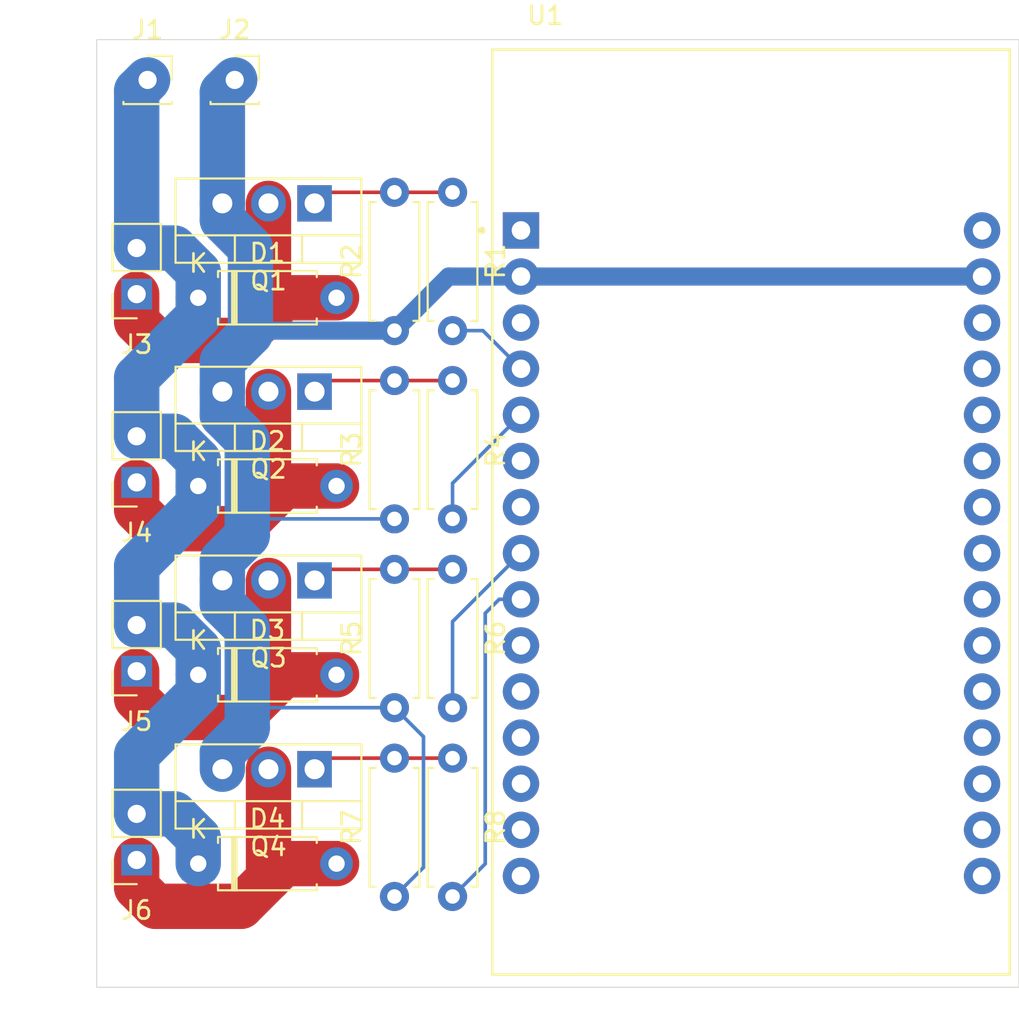
<source format=kicad_pcb>
(kicad_pcb (version 20241229) (generator "pcbnew") (generator_version "9.0")
  (layers (0 "F.Cu" signal) (2 "B.Cu" signal) (13 "F.Paste" user) (15 "B.Paste" user) (5 "F.SilkS" user "F.Silkscreen") (7 "B.SilkS" user "B.Silkscreen") (1 "F.Mask" user) (3 "B.Mask" user) (25 "Edge.Cuts" user))
  (net 0 "")
  (net 1 "VDD")
  (net 2 "GND")
  (net 3 "Net-(D1-A)")
  (net 4 "Net-(Q1-G)")
  (net 5 "Net-(U1-D2)")
  (net 22 "Net-(D2-A)")
  (net 30 "Net-(Q2-G)")
  (net 31 "Net-(U1-D4)")
  (net 32 "Net-(D3-A)")
  (net 33 "Net-(Q3-G)")
  (net 34 "Net-(U1-D5)")
  (net 35 "Net-(D4-A)")
  (net 36 "Net-(Q4-G)")
  (net 37 "Net-(U1-D18)")
  (footprint "Connector_PinSocket_2.54mm:PinSocket_1x01_P2.54mm_Vertical" (layer "F.Cu") (at 109.8 79.22)
    (property "Reference" "J2" (at 0 -2.77 0) (layer "F.SilkS"))
    (property "Value" "Conn_01x01_Socket")
    (fp_line (start -1.33 1.21) (end -1.33 1.33) (stroke (width 0.12)) (layer "F.SilkS"))
    (fp_line (start -1.33 1.33) (end 1.33 1.33) (stroke (width 0.12)) (layer "F.SilkS"))
    (fp_line (start 0 -1.33) (end 1.33 -1.33) (stroke (width 0.12)) (layer "F.SilkS"))
    (fp_line (start 1.33 -1.33) (end 1.33 0) (stroke (width 0.12)) (layer "F.SilkS"))
    (fp_line (start 1.33 1.21) (end 1.33 1.33) (stroke (width 0.12)) (layer "F.SilkS"))
    (pad "1" thru_hole rect (at 0 0) (size 1.7 1.7) (drill 1) (layers "*.Cu" "*.Mask") (net 2 "GND"))
  )
  (footprint "Resistor_THT:R_Axial_DIN0207_L6.3mm_D2.5mm_P7.62mm_Horizontal" (layer "F.Cu") (at 121.8 116.58 -90)
    (property "Reference" "R8" (at 3.81 -2.37 270) (layer "F.SilkS"))
    (property "Value" "330")
    (fp_line (start 0.54 1.37) (end 7.08 1.37) (stroke (width 0.12)) (layer "F.SilkS") (net 102602000))
    (fp_line (start 7.08 1.37) (end 7.08 1.04) (stroke (width 0.12)) (layer "F.SilkS") (net 102602000))
    (fp_line (start 0.54 1.04) (end 0.54 1.37) (stroke (width 0.12)) (layer "F.SilkS") (net 102602000))
    (fp_line (start 0.54 -1.04) (end 0.54 -1.37) (stroke (width 0.12)) (layer "F.SilkS") (net 102602000))
    (fp_line (start 0.54 -1.37) (end 7.08 -1.37) (stroke (width 0.12)) (layer "F.SilkS") (net 102602000))
    (fp_line (start 7.08 -1.37) (end 7.08 -1.04) (stroke (width 0.12)) (layer "F.SilkS") (net 102602000))
    (pad "1" thru_hole circle (at 0 0 270) (size 1.6 1.6) (drill 0.8) (layers "*.Cu" "*.Mask") (net 36 "Net-(Q4-G)"))
    (pad "2" thru_hole oval (at 7.62 0 270) (size 1.6 1.6) (drill 0.8) (layers "*.Cu" "*.Mask") (net 37 "Net-(U1-D18)"))
  )
  (footprint "Connector_PinSocket_2.54mm:PinSocket_1x02_P2.54mm_Vertical" (layer "F.Cu") (at 104.4 91.02 180)
    (property "Reference" "J3" (at 0 -2.77 0) (layer "F.SilkS"))
    (property "Value" "Conn_01x02_Socket")
    (fp_line (start 1.33 1.27) (end 1.33 3.87) (stroke (width 0.12)) (layer "F.SilkS"))
    (fp_line (start 1.33 -1.33) (end 1.33 0) (stroke (width 0.12)) (layer "F.SilkS"))
    (fp_line (start 0 -1.33) (end 1.33 -1.33) (stroke (width 0.12)) (layer "F.SilkS"))
    (fp_line (start -1.33 3.87) (end 1.33 3.87) (stroke (width 0.12)) (layer "F.SilkS"))
    (fp_line (start -1.33 1.27) (end 1.33 1.27) (stroke (width 0.12)) (layer "F.SilkS"))
    (fp_line (start -1.33 1.27) (end -1.33 3.87) (stroke (width 0.12)) (layer "F.SilkS"))
    (pad "1" thru_hole rect (at 0 0 180) (size 1.7 1.7) (drill 1) (layers "*.Cu" "*.Mask") (net 3 "Net-(D1-A)"))
    (pad "2" thru_hole oval (at 0 2.54 180) (size 1.7 1.7) (drill 1) (layers "*.Cu" "*.Mask") (net 1 "VDD"))
  )
  (footprint "Resistor_THT:R_Axial_DIN0207_L6.3mm_D2.5mm_P7.62mm_Horizontal" (layer "F.Cu") (at 121.8 85.41 -90)
    (property "Reference" "R1" (at 3.81 -2.37 90) (layer "F.SilkS"))
    (property "Value" "330")
    (fp_line (start 0.54 1.37) (end 7.08 1.37) (stroke (width 0.12)) (layer "F.SilkS"))
    (fp_line (start 7.08 1.37) (end 7.08 1.04) (stroke (width 0.12)) (layer "F.SilkS"))
    (fp_line (start 0.54 1.04) (end 0.54 1.37) (stroke (width 0.12)) (layer "F.SilkS"))
    (fp_line (start 0.54 -1.04) (end 0.54 -1.37) (stroke (width 0.12)) (layer "F.SilkS"))
    (fp_line (start 0.54 -1.37) (end 7.08 -1.37) (stroke (width 0.12)) (layer "F.SilkS"))
    (fp_line (start 7.08 -1.37) (end 7.08 -1.04) (stroke (width 0.12)) (layer "F.SilkS"))
    (pad "1" thru_hole circle (at 0 0 270) (size 1.6 1.6) (drill 0.8) (layers "*.Cu" "*.Mask") (net 4 "Net-(Q1-G)"))
    (pad "2" thru_hole oval (at 7.62 0 270) (size 1.6 1.6) (drill 0.8) (layers "*.Cu" "*.Mask") (net 5 "Net-(U1-D2)"))
  )
  (footprint "Diode_THT:D_A-405_P7.62mm_Horizontal" (layer "F.Cu") (at 107.79 101.59)
    (property "Reference" "D2" (at 3.81 -2.47 0) (layer "F.SilkS"))
    (property "Value" "D")
    (fp_line (start 1.09 -1.47) (end 6.53 -1.47) (stroke (width 0.12)) (layer "F.SilkS") (net 91610000))
    (fp_line (start 1.09 -1.14) (end 1.09 -1.47) (stroke (width 0.12)) (layer "F.SilkS") (net 91610000))
    (fp_line (start 1.09 1.14) (end 1.09 1.47) (stroke (width 0.12)) (layer "F.SilkS") (net 91610000))
    (fp_line (start 1.09 1.47) (end 6.53 1.47) (stroke (width 0.12)) (layer "F.SilkS") (net 91610000))
    (fp_line (start 1.87 -1.47) (end 1.87 1.47) (stroke (width 0.12)) (layer "F.SilkS") (net 91610000))
    (fp_line (start 1.99 -1.47) (end 1.99 1.47) (stroke (width 0.12)) (layer "F.SilkS") (net 91610000))
    (fp_line (start 2.11 -1.47) (end 2.11 1.47) (stroke (width 0.12)) (layer "F.SilkS") (net 91610000))
    (fp_line (start 6.53 -1.47) (end 6.53 -1.14) (stroke (width 0.12)) (layer "F.SilkS") (net 91610000))
    (fp_line (start 6.53 1.47) (end 6.53 1.14) (stroke (width 0.12)) (layer "F.SilkS") (net 91610000))
    (fp_text user "K" (at 0 -1.9 0) (layer "F.SilkS"))
    (pad "1" thru_hole rect (at 0 0) (size 1.8 1.8) (drill 0.9) (layers "*.Cu" "*.Mask") (net 1 "VDD"))
    (pad "2" thru_hole oval (at 7.62 0) (size 1.8 1.8) (drill 0.9) (layers "*.Cu" "*.Mask") (net 22 "Net-(D2-A)"))
  )
  (footprint "Package_TO_SOT_THT:TO-220-3_Vertical" (layer "F.Cu") (at 114.2 86.02 180)
    (property "Reference" "Q1" (at 2.54 -4.27 0) (layer "F.SilkS"))
    (property "Value" "IRLZ44N")
    (fp_line (start 7.66 -3.27) (end 7.66 1.371) (stroke (width 0.12)) (layer "F.SilkS"))
    (fp_line (start 4.391 -3.27) (end 4.391 -1.76) (stroke (width 0.12)) (layer "F.SilkS"))
    (fp_line (start 0.69 -3.27) (end 0.69 -1.76) (stroke (width 0.12)) (layer "F.SilkS"))
    (fp_line (start -2.58 1.371) (end 7.66 1.371) (stroke (width 0.12)) (layer "F.SilkS"))
    (fp_line (start -2.58 -1.76) (end 7.66 -1.76) (stroke (width 0.12)) (layer "F.SilkS"))
    (fp_line (start -2.58 -3.27) (end 7.66 -3.27) (stroke (width 0.12)) (layer "F.SilkS"))
    (fp_line (start -2.58 -3.27) (end -2.58 1.371) (stroke (width 0.12)) (layer "F.SilkS"))
    (pad "1" thru_hole rect (at 0 0 180) (size 1.905 2) (drill 1.1) (layers "*.Cu" "*.Mask") (net 4 "Net-(Q1-G)"))
    (pad "2" thru_hole oval (at 2.54 0 180) (size 1.905 2) (drill 1.1) (layers "*.Cu" "*.Mask") (net 3 "Net-(D1-A)"))
    (pad "3" thru_hole oval (at 5.08 0 180) (size 1.905 2) (drill 1.1) (layers "*.Cu" "*.Mask") (net 2 "GND"))
  )
  (footprint "Diode_THT:D_A-405_P7.62mm_Horizontal" (layer "F.Cu") (at 107.79 122.39)
    (property "Reference" "D4" (at 3.81 -2.47 0) (layer "F.SilkS"))
    (property "Value" "D")
    (fp_line (start 1.09 -1.47) (end 6.53 -1.47) (stroke (width 0.12)) (layer "F.SilkS") (net 102602000))
    (fp_line (start 1.09 -1.14) (end 1.09 -1.47) (stroke (width 0.12)) (layer "F.SilkS") (net 102602000))
    (fp_line (start 1.09 1.14) (end 1.09 1.47) (stroke (width 0.12)) (layer "F.SilkS") (net 102602000))
    (fp_line (start 1.09 1.47) (end 6.53 1.47) (stroke (width 0.12)) (layer "F.SilkS") (net 102602000))
    (fp_line (start 1.87 -1.47) (end 1.87 1.47) (stroke (width 0.12)) (layer "F.SilkS") (net 102602000))
    (fp_line (start 1.99 -1.47) (end 1.99 1.47) (stroke (width 0.12)) (layer "F.SilkS") (net 102602000))
    (fp_line (start 2.11 -1.47) (end 2.11 1.47) (stroke (width 0.12)) (layer "F.SilkS") (net 102602000))
    (fp_line (start 6.53 -1.47) (end 6.53 -1.14) (stroke (width 0.12)) (layer "F.SilkS") (net 102602000))
    (fp_line (start 6.53 1.47) (end 6.53 1.14) (stroke (width 0.12)) (layer "F.SilkS") (net 102602000))
    (fp_text user "K" (at 0 -1.9 0) (layer "F.SilkS"))
    (pad "1" thru_hole rect (at 0 0) (size 1.8 1.8) (drill 0.9) (layers "*.Cu" "*.Mask") (net 1 "VDD"))
    (pad "2" thru_hole oval (at 7.62 0) (size 1.8 1.8) (drill 0.9) (layers "*.Cu" "*.Mask") (net 35 "Net-(D4-A)"))
  )
  (footprint "Diode_THT:D_A-405_P7.62mm_Horizontal" (layer "F.Cu") (at 107.79 111.99)
    (property "Reference" "D3" (at 3.81 -2.47 0) (layer "F.SilkS"))
    (property "Value" "D")
    (fp_line (start 1.09 -1.47) (end 6.53 -1.47) (stroke (width 0.12)) (layer "F.SilkS"))
    (fp_line (start 1.09 -1.14) (end 1.09 -1.47) (stroke (width 0.12)) (layer "F.SilkS"))
    (fp_line (start 1.09 1.14) (end 1.09 1.47) (stroke (width 0.12)) (layer "F.SilkS"))
    (fp_line (start 1.09 1.47) (end 6.53 1.47) (stroke (width 0.12)) (layer "F.SilkS"))
    (fp_line (start 1.87 -1.47) (end 1.87 1.47) (stroke (width 0.12)) (layer "F.SilkS"))
    (fp_line (start 1.99 -1.47) (end 1.99 1.47) (stroke (width 0.12)) (layer "F.SilkS"))
    (fp_line (start 2.11 -1.47) (end 2.11 1.47) (stroke (width 0.12)) (layer "F.SilkS"))
    (fp_line (start 6.53 -1.47) (end 6.53 -1.14) (stroke (width 0.12)) (layer "F.SilkS"))
    (fp_line (start 6.53 1.47) (end 6.53 1.14) (stroke (width 0.12)) (layer "F.SilkS"))
    (fp_text user "K" (at 0 -1.9 0) (layer "F.SilkS"))
    (pad "1" thru_hole rect (at 0 0) (size 1.8 1.8) (drill 0.9) (layers "*.Cu" "*.Mask") (net 1 "VDD"))
    (pad "2" thru_hole oval (at 7.62 0) (size 1.8 1.8) (drill 0.9) (layers "*.Cu" "*.Mask") (net 32 "Net-(D3-A)"))
  )
  (footprint "Resistor_THT:R_Axial_DIN0207_L6.3mm_D2.5mm_P7.62mm_Horizontal" (layer "F.Cu") (at 118.6 124.2 90)
    (property "Reference" "R7" (at 3.81 -2.37 270) (layer "F.SilkS"))
    (property "Value" "10k")
    (fp_line (start 7.08 -1.37) (end 7.08 -1.04) (stroke (width 0.12)) (layer "F.SilkS") (net 102602000))
    (fp_line (start 0.54 -1.37) (end 7.08 -1.37) (stroke (width 0.12)) (layer "F.SilkS") (net 102602000))
    (fp_line (start 0.54 -1.04) (end 0.54 -1.37) (stroke (width 0.12)) (layer "F.SilkS") (net 102602000))
    (fp_line (start 0.54 1.04) (end 0.54 1.37) (stroke (width 0.12)) (layer "F.SilkS") (net 102602000))
    (fp_line (start 7.08 1.37) (end 7.08 1.04) (stroke (width 0.12)) (layer "F.SilkS") (net 102602000))
    (fp_line (start 0.54 1.37) (end 7.08 1.37) (stroke (width 0.12)) (layer "F.SilkS") (net 102602000))
    (pad "1" thru_hole circle (at 0 0 90) (size 1.6 1.6) (drill 0.8) (layers "*.Cu" "*.Mask") (net 2 "GND"))
    (pad "2" thru_hole oval (at 7.62 0 90) (size 1.6 1.6) (drill 0.8) (layers "*.Cu" "*.Mask") (net 36 "Net-(Q4-G)"))
  )
  (footprint "Resistor_THT:R_Axial_DIN0207_L6.3mm_D2.5mm_P7.62mm_Horizontal" (layer "F.Cu") (at 121.8 106.18 -90)
    (property "Reference" "R6" (at 3.81 -2.37 270) (layer "F.SilkS"))
    (property "Value" "330")
    (fp_line (start 0.54 1.37) (end 7.08 1.37) (stroke (width 0.12)) (layer "F.SilkS"))
    (fp_line (start 7.08 1.37) (end 7.08 1.04) (stroke (width 0.12)) (layer "F.SilkS"))
    (fp_line (start 0.54 1.04) (end 0.54 1.37) (stroke (width 0.12)) (layer "F.SilkS"))
    (fp_line (start 0.54 -1.04) (end 0.54 -1.37) (stroke (width 0.12)) (layer "F.SilkS"))
    (fp_line (start 0.54 -1.37) (end 7.08 -1.37) (stroke (width 0.12)) (layer "F.SilkS"))
    (fp_line (start 7.08 -1.37) (end 7.08 -1.04) (stroke (width 0.12)) (layer "F.SilkS"))
    (pad "1" thru_hole circle (at 0 0 270) (size 1.6 1.6) (drill 0.8) (layers "*.Cu" "*.Mask") (net 33 "Net-(Q3-G)"))
    (pad "2" thru_hole oval (at 7.62 0 270) (size 1.6 1.6) (drill 0.8) (layers "*.Cu" "*.Mask") (net 34 "Net-(U1-D5)"))
  )
  (footprint "Resistor_THT:R_Axial_DIN0207_L6.3mm_D2.5mm_P7.62mm_Horizontal" (layer "F.Cu") (at 121.8 95.78 -90)
    (property "Reference" "R4" (at 3.81 -2.37 270) (layer "F.SilkS"))
    (property "Value" "330")
    (fp_line (start 0.54 1.37) (end 7.08 1.37) (stroke (width 0.12)) (layer "F.SilkS") (net 91610000))
    (fp_line (start 7.08 1.37) (end 7.08 1.04) (stroke (width 0.12)) (layer "F.SilkS") (net 91610000))
    (fp_line (start 0.54 1.04) (end 0.54 1.37) (stroke (width 0.12)) (layer "F.SilkS") (net 91610000))
    (fp_line (start 0.54 -1.04) (end 0.54 -1.37) (stroke (width 0.12)) (layer "F.SilkS") (net 91610000))
    (fp_line (start 0.54 -1.37) (end 7.08 -1.37) (stroke (width 0.12)) (layer "F.SilkS") (net 91610000))
    (fp_line (start 7.08 -1.37) (end 7.08 -1.04) (stroke (width 0.12)) (layer "F.SilkS") (net 91610000))
    (pad "1" thru_hole circle (at 0 0 270) (size 1.6 1.6) (drill 0.8) (layers "*.Cu" "*.Mask") (net 30 "Net-(Q2-G)"))
    (pad "2" thru_hole oval (at 7.62 0 270) (size 1.6 1.6) (drill 0.8) (layers "*.Cu" "*.Mask") (net 31 "Net-(U1-D4)"))
  )
  (footprint "Connector_PinSocket_2.54mm:PinSocket_1x02_P2.54mm_Vertical" (layer "F.Cu") (at 104.4 122.19 180)
    (property "Reference" "J6" (at 0 -2.77 0) (layer "F.SilkS"))
    (property "Value" "Conn_01x02_Socket")
    (fp_line (start 1.33 1.27) (end 1.33 3.87) (stroke (width 0.12)) (layer "F.SilkS") (net 102602000))
    (fp_line (start 1.33 -1.33) (end 1.33 0) (stroke (width 0.12)) (layer "F.SilkS") (net 102602000))
    (fp_line (start 0 -1.33) (end 1.33 -1.33) (stroke (width 0.12)) (layer "F.SilkS") (net 102602000))
    (fp_line (start -1.33 3.87) (end 1.33 3.87) (stroke (width 0.12)) (layer "F.SilkS") (net 102602000))
    (fp_line (start -1.33 1.27) (end 1.33 1.27) (stroke (width 0.12)) (layer "F.SilkS") (net 102602000))
    (fp_line (start -1.33 1.27) (end -1.33 3.87) (stroke (width 0.12)) (layer "F.SilkS") (net 102602000))
    (pad "1" thru_hole rect (at 0 0 180) (size 1.7 1.7) (drill 1) (layers "*.Cu" "*.Mask") (net 35 "Net-(D4-A)"))
    (pad "2" thru_hole oval (at 0 2.54 180) (size 1.7 1.7) (drill 1) (layers "*.Cu" "*.Mask") (net 1 "VDD"))
  )
  (footprint "hackclub:MODULE_ESP32_DEVKIT_V1" (layer "F.Cu") (at 138.27 103.025)
    (property "Reference" "U1" (at -11.355 -27.36 0) (layer "F.SilkS"))
    (property "Value" "ESP32-DEVKIT-V1")
    (fp_line (start -14.28 -25.475) (end -3.211 -25.475) (stroke (width 0.127)) (layer "F.SilkS"))
    (fp_line (start -14.28 -25.475) (end 14.23 -25.475) (stroke (width 0.127)) (layer "F.SilkS"))
    (fp_line (start -14.28 25.475) (end -14.28 -25.475) (stroke (width 0.127)) (layer "F.SilkS"))
    (fp_line (start -14.28 25.475) (end -14.28 -25.475) (stroke (width 0.127)) (layer "F.SilkS"))
    (fp_line (start -14.28 25.475) (end -8.91 25.475) (stroke (width 0.127)) (layer "F.SilkS"))
    (fp_line (start -8.91 25.475) (end 8.78 25.475) (stroke (width 0.127)) (layer "F.SilkS"))
    (fp_line (start -3.211 -25.475) (end 3.5 -25.475) (stroke (width 0.127)) (layer "F.SilkS"))
    (fp_line (start 3.5 -25.475) (end 14.23 -25.475) (stroke (width 0.127)) (layer "F.SilkS"))
    (fp_line (start 8.78 25.475) (end 14.23 25.475) (stroke (width 0.127)) (layer "F.SilkS"))
    (fp_line (start 14.23 -25.475) (end 14.23 25.475) (stroke (width 0.127)) (layer "F.SilkS"))
    (fp_line (start 14.23 -25.475) (end 14.23 25.475) (stroke (width 0.127)) (layer "F.SilkS"))
    (fp_line (start 14.23 25.475) (end -14.28 25.475) (stroke (width 0.127)) (layer "F.SilkS"))
    (fp_circle (center -14.85 -15.515) (end -14.75 -15.515) (stroke (width 0.2)) (fill no) (layer "F.SilkS"))
    (pad "" np_thru_hole circle (at -12.28 -23.475) (size 3 3) (drill 3) (layers "*.Cu" "*.Mask"))
    (pad "" np_thru_hole circle (at -12.28 23.475) (size 3 3) (drill 3) (layers "*.Cu" "*.Mask"))
    (pad "" np_thru_hole circle (at 12.23 -23.475) (size 3 3) (drill 3) (layers "*.Cu" "*.Mask"))
    (pad "" np_thru_hole circle (at 12.23 23.475) (size 3 3) (drill 3) (layers "*.Cu" "*.Mask"))
    (pad "1" thru_hole rect (at -12.7 -15.515) (size 2 2) (drill 1.02) (layers "*.Cu" "*.Mask"))
    (pad "2" thru_hole circle (at -12.7 -12.975) (size 2 2) (drill 1.02) (layers "*.Cu" "*.Mask") (net 2 "GND"))
    (pad "3" thru_hole circle (at -12.7 -10.435) (size 2 2) (drill 1.02) (layers "*.Cu" "*.Mask"))
    (pad "4" thru_hole circle (at -12.7 -7.895) (size 2 2) (drill 1.02) (layers "*.Cu" "*.Mask") (net 5 "Net-(U1-D2)"))
    (pad "5" thru_hole circle (at -12.7 -5.355) (size 2 2) (drill 1.02) (layers "*.Cu" "*.Mask") (net 31 "Net-(U1-D4)"))
    (pad "6" thru_hole circle (at -12.7 -2.815) (size 2 2) (drill 1.02) (layers "*.Cu" "*.Mask"))
    (pad "7" thru_hole circle (at -12.7 -0.275) (size 2 2) (drill 1.02) (layers "*.Cu" "*.Mask"))
    (pad "8" thru_hole circle (at -12.7 2.265) (size 2 2) (drill 1.02) (layers "*.Cu" "*.Mask") (net 34 "Net-(U1-D5)"))
    (pad "9" thru_hole circle (at -12.7 4.805) (size 2 2) (drill 1.02) (layers "*.Cu" "*.Mask") (net 37 "Net-(U1-D18)"))
    (pad "10" thru_hole circle (at -12.7 7.345) (size 2 2) (drill 1.02) (layers "*.Cu" "*.Mask"))
    (pad "11" thru_hole circle (at -12.7 9.885) (size 2 2) (drill 1.02) (layers "*.Cu" "*.Mask"))
    (pad "12" thru_hole circle (at -12.7 12.425) (size 2 2) (drill 1.02) (layers "*.Cu" "*.Mask"))
    (pad "13" thru_hole circle (at -12.7 14.965) (size 2 2) (drill 1.02) (layers "*.Cu" "*.Mask"))
    (pad "14" thru_hole circle (at -12.7 17.505) (size 2 2) (drill 1.02) (layers "*.Cu" "*.Mask"))
    (pad "15" thru_hole circle (at -12.7 20.045) (size 2 2) (drill 1.02) (layers "*.Cu" "*.Mask"))
    (pad "16" thru_hole circle (at 12.7 20.045) (size 2 2) (drill 1.02) (layers "*.Cu" "*.Mask"))
    (pad "17" thru_hole circle (at 12.7 17.505) (size 2 2) (drill 1.02) (layers "*.Cu" "*.Mask"))
    (pad "18" thru_hole circle (at 12.7 14.965) (size 2 2) (drill 1.02) (layers "*.Cu" "*.Mask"))
    (pad "19" thru_hole circle (at 12.7 12.425) (size 2 2) (drill 1.02) (layers "*.Cu" "*.Mask"))
    (pad "20" thru_hole circle (at 12.7 9.885) (size 2 2) (drill 1.02) (layers "*.Cu" "*.Mask"))
    (pad "21" thru_hole circle (at 12.7 7.345) (size 2 2) (drill 1.02) (layers "*.Cu" "*.Mask"))
    (pad "22" thru_hole circle (at 12.7 4.805) (size 2 2) (drill 1.02) (layers "*.Cu" "*.Mask"))
    (pad "23" thru_hole circle (at 12.7 2.265) (size 2 2) (drill 1.02) (layers "*.Cu" "*.Mask"))
    (pad "24" thru_hole circle (at 12.7 -0.275) (size 2 2) (drill 1.02) (layers "*.Cu" "*.Mask"))
    (pad "25" thru_hole circle (at 12.7 -2.815) (size 2 2) (drill 1.02) (layers "*.Cu" "*.Mask"))
    (pad "26" thru_hole circle (at 12.7 -5.355) (size 2 2) (drill 1.02) (layers "*.Cu" "*.Mask"))
    (pad "27" thru_hole circle (at 12.7 -7.895) (size 2 2) (drill 1.02) (layers "*.Cu" "*.Mask"))
    (pad "28" thru_hole circle (at 12.7 -10.435) (size 2 2) (drill 1.02) (layers "*.Cu" "*.Mask"))
    (pad "29" thru_hole circle (at 12.7 -12.975) (size 2 2) (drill 1.02) (layers "*.Cu" "*.Mask") (net 2 "GND"))
    (pad "30" thru_hole circle (at 12.7 -15.515) (size 2 2) (drill 1.02) (layers "*.Cu" "*.Mask"))
  )
  (footprint "Resistor_THT:R_Axial_DIN0207_L6.3mm_D2.5mm_P7.62mm_Horizontal" (layer "F.Cu") (at 118.6 113.8 90)
    (property "Reference" "R5" (at 3.81 -2.37 270) (layer "F.SilkS"))
    (property "Value" "10k")
    (fp_line (start 7.08 -1.37) (end 7.08 -1.04) (stroke (width 0.12)) (layer "F.SilkS"))
    (fp_line (start 0.54 -1.37) (end 7.08 -1.37) (stroke (width 0.12)) (layer "F.SilkS"))
    (fp_line (start 0.54 -1.04) (end 0.54 -1.37) (stroke (width 0.12)) (layer "F.SilkS"))
    (fp_line (start 0.54 1.04) (end 0.54 1.37) (stroke (width 0.12)) (layer "F.SilkS"))
    (fp_line (start 7.08 1.37) (end 7.08 1.04) (stroke (width 0.12)) (layer "F.SilkS"))
    (fp_line (start 0.54 1.37) (end 7.08 1.37) (stroke (width 0.12)) (layer "F.SilkS"))
    (pad "1" thru_hole circle (at 0 0 90) (size 1.6 1.6) (drill 0.8) (layers "*.Cu" "*.Mask") (net 2 "GND"))
    (pad "2" thru_hole oval (at 7.62 0 90) (size 1.6 1.6) (drill 0.8) (layers "*.Cu" "*.Mask") (net 33 "Net-(Q3-G)"))
  )
  (footprint "Package_TO_SOT_THT:TO-220-3_Vertical" (layer "F.Cu") (at 114.2 106.79 180)
    (property "Reference" "Q3" (at 2.54 -4.27 0) (layer "F.SilkS"))
    (property "Value" "IRLZ44N")
    (fp_line (start 7.66 -3.27) (end 7.66 1.371) (stroke (width 0.12)) (layer "F.SilkS"))
    (fp_line (start 4.391 -3.27) (end 4.391 -1.76) (stroke (width 0.12)) (layer "F.SilkS"))
    (fp_line (start 0.69 -3.27) (end 0.69 -1.76) (stroke (width 0.12)) (layer "F.SilkS"))
    (fp_line (start -2.58 1.371) (end 7.66 1.371) (stroke (width 0.12)) (layer "F.SilkS"))
    (fp_line (start -2.58 -1.76) (end 7.66 -1.76) (stroke (width 0.12)) (layer "F.SilkS"))
    (fp_line (start -2.58 -3.27) (end 7.66 -3.27) (stroke (width 0.12)) (layer "F.SilkS"))
    (fp_line (start -2.58 -3.27) (end -2.58 1.371) (stroke (width 0.12)) (layer "F.SilkS"))
    (pad "1" thru_hole rect (at 0 0 180) (size 1.905 2) (drill 1.1) (layers "*.Cu" "*.Mask") (net 33 "Net-(Q3-G)"))
    (pad "2" thru_hole oval (at 2.54 0 180) (size 1.905 2) (drill 1.1) (layers "*.Cu" "*.Mask") (net 32 "Net-(D3-A)"))
    (pad "3" thru_hole oval (at 5.08 0 180) (size 1.905 2) (drill 1.1) (layers "*.Cu" "*.Mask") (net 2 "GND"))
  )
  (footprint "Diode_THT:D_A-405_P7.62mm_Horizontal" (layer "F.Cu") (at 107.79 91.22)
    (property "Reference" "D1" (at 3.81 -2.47 0) (layer "F.SilkS"))
    (property "Value" "D")
    (fp_line (start 1.09 -1.47) (end 6.53 -1.47) (stroke (width 0.12)) (layer "F.SilkS"))
    (fp_line (start 1.09 -1.14) (end 1.09 -1.47) (stroke (width 0.12)) (layer "F.SilkS"))
    (fp_line (start 1.09 1.14) (end 1.09 1.47) (stroke (width 0.12)) (layer "F.SilkS"))
    (fp_line (start 1.09 1.47) (end 6.53 1.47) (stroke (width 0.12)) (layer "F.SilkS"))
    (fp_line (start 1.87 -1.47) (end 1.87 1.47) (stroke (width 0.12)) (layer "F.SilkS"))
    (fp_line (start 1.99 -1.47) (end 1.99 1.47) (stroke (width 0.12)) (layer "F.SilkS"))
    (fp_line (start 2.11 -1.47) (end 2.11 1.47) (stroke (width 0.12)) (layer "F.SilkS"))
    (fp_line (start 6.53 -1.47) (end 6.53 -1.14) (stroke (width 0.12)) (layer "F.SilkS"))
    (fp_line (start 6.53 1.47) (end 6.53 1.14) (stroke (width 0.12)) (layer "F.SilkS"))
    (fp_text user "K" (at 0 -1.9 0) (layer "F.SilkS"))
    (pad "1" thru_hole rect (at 0 0) (size 1.8 1.8) (drill 0.9) (layers "*.Cu" "*.Mask") (net 1 "VDD"))
    (pad "2" thru_hole oval (at 7.62 0) (size 1.8 1.8) (drill 0.9) (layers "*.Cu" "*.Mask") (net 3 "Net-(D1-A)"))
  )
  (footprint "Resistor_THT:R_Axial_DIN0207_L6.3mm_D2.5mm_P7.62mm_Horizontal" (layer "F.Cu") (at 118.6 93.03 90)
    (property "Reference" "R2" (at 3.81 -2.37 90) (layer "F.SilkS"))
    (property "Value" "10k")
    (fp_line (start 7.08 -1.37) (end 7.08 -1.04) (stroke (width 0.12)) (layer "F.SilkS"))
    (fp_line (start 0.54 -1.37) (end 7.08 -1.37) (stroke (width 0.12)) (layer "F.SilkS"))
    (fp_line (start 0.54 -1.04) (end 0.54 -1.37) (stroke (width 0.12)) (layer "F.SilkS"))
    (fp_line (start 0.54 1.04) (end 0.54 1.37) (stroke (width 0.12)) (layer "F.SilkS"))
    (fp_line (start 7.08 1.37) (end 7.08 1.04) (stroke (width 0.12)) (layer "F.SilkS"))
    (fp_line (start 0.54 1.37) (end 7.08 1.37) (stroke (width 0.12)) (layer "F.SilkS"))
    (pad "1" thru_hole circle (at 0 0 90) (size 1.6 1.6) (drill 0.8) (layers "*.Cu" "*.Mask") (net 2 "GND"))
    (pad "2" thru_hole oval (at 7.62 0 90) (size 1.6 1.6) (drill 0.8) (layers "*.Cu" "*.Mask") (net 4 "Net-(Q1-G)"))
  )
  (footprint "Connector_PinSocket_2.54mm:PinSocket_1x02_P2.54mm_Vertical" (layer "F.Cu") (at 104.4 101.39 180)
    (property "Reference" "J4" (at 0 -2.77 0) (layer "F.SilkS"))
    (property "Value" "Conn_01x02_Socket")
    (fp_line (start 1.33 1.27) (end 1.33 3.87) (stroke (width 0.12)) (layer "F.SilkS") (net 91610000))
    (fp_line (start 1.33 -1.33) (end 1.33 0) (stroke (width 0.12)) (layer "F.SilkS") (net 91610000))
    (fp_line (start 0 -1.33) (end 1.33 -1.33) (stroke (width 0.12)) (layer "F.SilkS") (net 91610000))
    (fp_line (start -1.33 3.87) (end 1.33 3.87) (stroke (width 0.12)) (layer "F.SilkS") (net 91610000))
    (fp_line (start -1.33 1.27) (end 1.33 1.27) (stroke (width 0.12)) (layer "F.SilkS") (net 91610000))
    (fp_line (start -1.33 1.27) (end -1.33 3.87) (stroke (width 0.12)) (layer "F.SilkS") (net 91610000))
    (pad "1" thru_hole rect (at 0 0 180) (size 1.7 1.7) (drill 1) (layers "*.Cu" "*.Mask") (net 22 "Net-(D2-A)"))
    (pad "2" thru_hole oval (at 0 2.54 180) (size 1.7 1.7) (drill 1) (layers "*.Cu" "*.Mask") (net 1 "VDD"))
  )
  (footprint "Package_TO_SOT_THT:TO-220-3_Vertical" (layer "F.Cu") (at 114.2 117.19 180)
    (property "Reference" "Q4" (at 2.54 -4.27 0) (layer "F.SilkS"))
    (property "Value" "IRLZ44N")
    (fp_line (start 7.66 -3.27) (end 7.66 1.371) (stroke (width 0.12)) (layer "F.SilkS") (net 102602000))
    (fp_line (start 4.391 -3.27) (end 4.391 -1.76) (stroke (width 0.12)) (layer "F.SilkS") (net 102602000))
    (fp_line (start 0.69 -3.27) (end 0.69 -1.76) (stroke (width 0.12)) (layer "F.SilkS") (net 102602000))
    (fp_line (start -2.58 1.371) (end 7.66 1.371) (stroke (width 0.12)) (layer "F.SilkS") (net 102602000))
    (fp_line (start -2.58 -1.76) (end 7.66 -1.76) (stroke (width 0.12)) (layer "F.SilkS") (net 102602000))
    (fp_line (start -2.58 -3.27) (end 7.66 -3.27) (stroke (width 0.12)) (layer "F.SilkS") (net 102602000))
    (fp_line (start -2.58 -3.27) (end -2.58 1.371) (stroke (width 0.12)) (layer "F.SilkS") (net 102602000))
    (pad "1" thru_hole rect (at 0 0 180) (size 1.905 2) (drill 1.1) (layers "*.Cu" "*.Mask") (net 36 "Net-(Q4-G)"))
    (pad "2" thru_hole oval (at 2.54 0 180) (size 1.905 2) (drill 1.1) (layers "*.Cu" "*.Mask") (net 35 "Net-(D4-A)"))
    (pad "3" thru_hole oval (at 5.08 0 180) (size 1.905 2) (drill 1.1) (layers "*.Cu" "*.Mask") (net 2 "GND"))
  )
  (footprint "Connector_PinSocket_2.54mm:PinSocket_1x01_P2.54mm_Vertical" (layer "F.Cu") (at 105 79.22)
    (property "Reference" "J1" (at 0 -2.77 0) (layer "F.SilkS"))
    (property "Value" "Conn_01x01_Socket")
    (fp_line (start -1.33 1.21) (end -1.33 1.33) (stroke (width 0.12)) (layer "F.SilkS"))
    (fp_line (start -1.33 1.33) (end 1.33 1.33) (stroke (width 0.12)) (layer "F.SilkS"))
    (fp_line (start 0 -1.33) (end 1.33 -1.33) (stroke (width 0.12)) (layer "F.SilkS"))
    (fp_line (start 1.33 -1.33) (end 1.33 0) (stroke (width 0.12)) (layer "F.SilkS"))
    (fp_line (start 1.33 1.21) (end 1.33 1.33) (stroke (width 0.12)) (layer "F.SilkS"))
    (pad "1" thru_hole rect (at 0 0) (size 1.7 1.7) (drill 1) (layers "*.Cu" "*.Mask") (net 1 "VDD"))
  )
  (footprint "Connector_PinSocket_2.54mm:PinSocket_1x02_P2.54mm_Vertical" (layer "F.Cu") (at 104.4 111.79 180)
    (property "Reference" "J5" (at 0 -2.77 0) (layer "F.SilkS"))
    (property "Value" "Conn_01x02_Socket")
    (fp_line (start 1.33 1.27) (end 1.33 3.87) (stroke (width 0.12)) (layer "F.SilkS"))
    (fp_line (start 1.33 -1.33) (end 1.33 0) (stroke (width 0.12)) (layer "F.SilkS"))
    (fp_line (start 0 -1.33) (end 1.33 -1.33) (stroke (width 0.12)) (layer "F.SilkS"))
    (fp_line (start -1.33 3.87) (end 1.33 3.87) (stroke (width 0.12)) (layer "F.SilkS"))
    (fp_line (start -1.33 1.27) (end 1.33 1.27) (stroke (width 0.12)) (layer "F.SilkS"))
    (fp_line (start -1.33 1.27) (end -1.33 3.87) (stroke (width 0.12)) (layer "F.SilkS"))
    (pad "1" thru_hole rect (at 0 0 180) (size 1.7 1.7) (drill 1) (layers "*.Cu" "*.Mask") (net 32 "Net-(D3-A)"))
    (pad "2" thru_hole oval (at 0 2.54 180) (size 1.7 1.7) (drill 1) (layers "*.Cu" "*.Mask") (net 1 "VDD"))
  )
  (footprint "Resistor_THT:R_Axial_DIN0207_L6.3mm_D2.5mm_P7.62mm_Horizontal" (layer "F.Cu") (at 118.6 103.4 90)
    (property "Reference" "R3" (at 3.81 -2.37 270) (layer "F.SilkS"))
    (property "Value" "10k")
    (fp_line (start 7.08 -1.37) (end 7.08 -1.04) (stroke (width 0.12)) (layer "F.SilkS") (net 91610000))
    (fp_line (start 0.54 -1.37) (end 7.08 -1.37) (stroke (width 0.12)) (layer "F.SilkS") (net 91610000))
    (fp_line (start 0.54 -1.04) (end 0.54 -1.37) (stroke (width 0.12)) (layer "F.SilkS") (net 91610000))
    (fp_line (start 0.54 1.04) (end 0.54 1.37) (stroke (width 0.12)) (layer "F.SilkS") (net 91610000))
    (fp_line (start 7.08 1.37) (end 7.08 1.04) (stroke (width 0.12)) (layer "F.SilkS") (net 91610000))
    (fp_line (start 0.54 1.37) (end 7.08 1.37) (stroke (width 0.12)) (layer "F.SilkS") (net 91610000))
    (pad "1" thru_hole circle (at 0 0 90) (size 1.6 1.6) (drill 0.8) (layers "*.Cu" "*.Mask") (net 2 "GND"))
    (pad "2" thru_hole oval (at 7.62 0 90) (size 1.6 1.6) (drill 0.8) (layers "*.Cu" "*.Mask") (net 30 "Net-(Q2-G)"))
  )
  (footprint "Package_TO_SOT_THT:TO-220-3_Vertical" (layer "F.Cu") (at 114.2 96.39 180)
    (property "Reference" "Q2" (at 2.54 -4.27 0) (layer "F.SilkS"))
    (property "Value" "IRLZ44N")
    (fp_line (start 7.66 -3.27) (end 7.66 1.371) (stroke (width 0.12)) (layer "F.SilkS") (net 91610000))
    (fp_line (start 4.391 -3.27) (end 4.391 -1.76) (stroke (width 0.12)) (layer "F.SilkS") (net 91610000))
    (fp_line (start 0.69 -3.27) (end 0.69 -1.76) (stroke (width 0.12)) (layer "F.SilkS") (net 91610000))
    (fp_line (start -2.58 1.371) (end 7.66 1.371) (stroke (width 0.12)) (layer "F.SilkS") (net 91610000))
    (fp_line (start -2.58 -1.76) (end 7.66 -1.76) (stroke (width 0.12)) (layer "F.SilkS") (net 91610000))
    (fp_line (start -2.58 -3.27) (end 7.66 -3.27) (stroke (width 0.12)) (layer "F.SilkS") (net 91610000))
    (fp_line (start -2.58 -3.27) (end -2.58 1.371) (stroke (width 0.12)) (layer "F.SilkS") (net 91610000))
    (pad "1" thru_hole rect (at 0 0 180) (size 1.905 2) (drill 1.1) (layers "*.Cu" "*.Mask") (net 30 "Net-(Q2-G)"))
    (pad "2" thru_hole oval (at 2.54 0 180) (size 1.905 2) (drill 1.1) (layers "*.Cu" "*.Mask") (net 22 "Net-(D2-A)"))
    (pad "3" thru_hole oval (at 5.08 0 180) (size 1.905 2) (drill 1.1) (layers "*.Cu" "*.Mask") (net 2 "GND"))
  )
  (gr_rect (start 102.2 77) (end 153 129.2) (stroke (width 0.05)) (fill no) (layer "Edge.Cuts"))
  (segment (start 107.79 122.39) (end 107.79 120.978) (width 2.5) (layer "B.Cu") (net 1))
  (segment (start 107.79 101.59) (end 107.79 100.178) (width 2.5) (layer "B.Cu") (net 1))
  (segment (start 106.462 88.48) (end 104.4 88.48) (width 2.5) (layer "B.Cu") (net 1))
  (segment (start 107.79 111.99) (end 107.79 113.002) (width 2.5) (layer "B.Cu") (net 1))
  (segment (start 107.79 110.578) (end 106.462 109.25) (width 2.5) (layer "B.Cu") (net 1))
  (segment (start 106.462 119.65) (end 104.4 119.65) (width 2.5) (layer "B.Cu") (net 1))
  (segment (start 107.79 89.808) (end 106.462 88.48) (width 2.5) (layer "B.Cu") (net 1))
  (segment (start 104.4 95.622) (end 104.4 98.85) (width 2.5) (layer "B.Cu") (net 1))
  (segment (start 107.79 101.59) (end 107.79 102.602) (width 2.5) (layer "B.Cu") (net 1))
  (segment (start 106.462 109.25) (end 104.4 109.25) (width 2.5) (layer "B.Cu") (net 1))
  (segment (start 104.4 79.82) (end 105 79.22) (width 2.5) (layer "B.Cu") (net 1))
  (segment (start 104.4 105.992) (end 104.4 109.25) (width 2.5) (layer "B.Cu") (net 1))
  (segment (start 107.79 91.22) (end 107.79 92.232) (width 2.5) (layer "B.Cu") (net 1))
  (segment (start 106.462 98.85) (end 104.4 98.85) (width 2.5) (layer "B.Cu") (net 1))
  (segment (start 107.79 120.978) (end 106.462 119.65) (width 2.5) (layer "B.Cu") (net 1))
  (segment (start 107.79 111.99) (end 107.79 110.578) (width 2.5) (layer "B.Cu") (net 1))
  (segment (start 104.4 88.48) (end 104.4 79.82) (width 2.5) (layer "B.Cu") (net 1))
  (segment (start 107.79 113.002) (end 104.4 116.392) (width 2.5) (layer "B.Cu") (net 1))
  (segment (start 107.79 100.178) (end 106.462 98.85) (width 2.5) (layer "B.Cu") (net 1))
  (segment (start 107.79 91.22) (end 107.79 89.808) (width 2.5) (layer "B.Cu") (net 1))
  (segment (start 107.79 102.602) (end 104.4 105.992) (width 2.5) (layer "B.Cu") (net 1))
  (segment (start 107.79 92.232) (end 104.4 95.622) (width 2.5) (layer "B.Cu") (net 1))
  (segment (start 104.4 116.392) (end 104.4 119.65) (width 2.5) (layer "B.Cu") (net 1))
  (segment (start 120.2 122.6) (end 118.6 124.2) (width 0.2) (layer "B.Cu") (net 2))
  (segment (start 109.12 94.72179) (end 110.664438 93.177352) (width 2.5) (layer "B.Cu") (net 2))
  (segment (start 109.12 86.02) (end 109.12 79.9) (width 2.5) (layer "B.Cu") (net 2))
  (segment (start 109.12 97.688209) (end 110.491 99.05921) (width 2.5) (layer "B.Cu") (net 2))
  (segment (start 118.6 103.4) (end 111.4 103.4) (width 0.2) (layer "B.Cu") (net 2))
  (segment (start 111.603438 113.8) (end 110.491 114.912438) (width 0.2) (layer "B.Cu") (net 2))
  (segment (start 110.491 109.45921) (end 110.491 114.912438) (width 2.5) (layer "B.Cu") (net 2))
  (segment (start 109.12 106.79) (end 109.12 108.088209) (width 2.5) (layer "B.Cu") (net 2))
  (segment (start 109.12 108.088209) (end 110.491 109.45921) (width 2.5) (layer "B.Cu") (net 2))
  (segment (start 111.4 103.4) (end 110.491 104.309) (width 0.2) (layer "B.Cu") (net 2))
  (segment (start 121.58 90.05) (end 118.6 93.03) (width 1) (layer "B.Cu") (net 2))
  (segment (start 109.12 86.926562) (end 109.12 86.02) (width 2.5) (layer "B.Cu") (net 2))
  (segment (start 110.491 114.912438) (end 109.12 116.283438) (width 2.5) (layer "B.Cu") (net 2))
  (segment (start 109.12 116.283438) (end 109.12 117.19) (width 2.5) (layer "B.Cu") (net 2))
  (segment (start 120.2 115.4) (end 120.2 122.6) (width 0.2) (layer "B.Cu") (net 2))
  (segment (start 118.6 113.8) (end 111.603438 113.8) (width 0.2) (layer "B.Cu") (net 2))
  (segment (start 118.6 113.8) (end 120.2 115.4) (width 0.2) (layer "B.Cu") (net 2))
  (segment (start 110.491 104.309) (end 109.12 105.68) (width 2.5) (layer "B.Cu") (net 2))
  (segment (start 109.12 96.39) (end 109.12 94.72179) (width 2.5) (layer "B.Cu") (net 2))
  (segment (start 118.6 93.03) (end 110.81179 93.03) (width 1) (layer "B.Cu") (net 2))
  (segment (start 109.12 96.39) (end 109.12 97.688209) (width 2.5) (layer "B.Cu") (net 2))
  (segment (start 125.57 90.05) (end 150.97 90.05) (width 1) (layer "B.Cu") (net 2))
  (segment (start 110.81179 93.03) (end 110.664438 93.177352) (width 1) (layer "B.Cu") (net 2))
  (segment (start 125.57 90.05) (end 121.58 90.05) (width 1) (layer "B.Cu") (net 2))
  (segment (start 110.491 99.05921) (end 110.491 104.309) (width 2.5) (layer "B.Cu") (net 2))
  (segment (start 110.664438 93.177352) (end 110.664438 88.471) (width 2.5) (layer "B.Cu") (net 2))
  (segment (start 109.12 79.9) (end 109.8 79.22) (width 2.5) (layer "B.Cu") (net 2))
  (segment (start 109.12 105.68) (end 109.12 106.79) (width 2.5) (layer "B.Cu") (net 2))
  (segment (start 110.664438 88.471) (end 109.12 86.926562) (width 2.5) (layer "B.Cu") (net 2))
  (segment (start 115.41 91.22) (end 112.492 91.22) (width 2.5) (layer "F.Cu") (net 3))
  (segment (start 111.66 92.052) (end 111.66 86.02) (width 2.5) (layer "F.Cu") (net 3))
  (segment (start 104.4 92.532) (end 105.439 93.571) (width 2.5) (layer "F.Cu") (net 3))
  (segment (start 110.141 93.571) (end 111.66 92.052) (width 2.5) (layer "F.Cu") (net 3))
  (segment (start 105.439 93.571) (end 110.141 93.571) (width 2.5) (layer "F.Cu") (net 3))
  (segment (start 104.4 91.02) (end 104.4 92.532) (width 2.5) (layer "F.Cu") (net 3))
  (segment (start 112.492 91.22) (end 111.66 92.052) (width 2.5) (layer "F.Cu") (net 3))
  (segment (start 114.81 85.41) (end 114.2 86.02) (width 0.2) (layer "F.Cu") (net 4))
  (segment (start 118.6 85.41) (end 114.81 85.41) (width 0.2) (layer "F.Cu") (net 4))
  (segment (start 121.8 85.41) (end 118.6 85.41) (width 0.2) (layer "F.Cu") (net 4))
  (segment (start 121.8 93.03) (end 123.47 93.03) (width 0.2) (layer "B.Cu") (net 5))
  (segment (start 123.47 93.03) (end 125.57 95.13) (width 0.2) (layer "B.Cu") (net 5))
  (segment (start 104.4 101.39) (end 104.4 102.902) (width 2.5) (layer "F.Cu") (net 22))
  (segment (start 115.41 101.59) (end 112.492 101.59) (width 2.5) (layer "F.Cu") (net 22))
  (segment (start 105.439 103.941) (end 110.141 103.941) (width 2.5) (layer "F.Cu") (net 22))
  (segment (start 112.492 101.59) (end 111.66 102.422) (width 2.5) (layer "F.Cu") (net 22))
  (segment (start 104.4 102.902) (end 105.439 103.941) (width 2.5) (layer "F.Cu") (net 22))
  (segment (start 111.66 102.422) (end 111.66 96.39) (width 2.5) (layer "F.Cu") (net 22))
  (segment (start 110.141 103.941) (end 111.66 102.422) (width 2.5) (layer "F.Cu") (net 22))
  (segment (start 114.81 95.78) (end 114.2 96.39) (width 0.2) (layer "F.Cu") (net 30))
  (segment (start 121.8 95.78) (end 118.6 95.78) (width 0.2) (layer "F.Cu") (net 30))
  (segment (start 118.6 95.78) (end 114.81 95.78) (width 0.2) (layer "F.Cu") (net 30))
  (segment (start 121.8 103.4) (end 121.8 101.44) (width 0.2) (layer "B.Cu") (net 31))
  (segment (start 121.8 101.44) (end 125.57 97.67) (width 0.2) (layer "B.Cu") (net 31))
  (segment (start 112.492 111.99) (end 111.66 112.822) (width 2.5) (layer "F.Cu") (net 32))
  (segment (start 105.439 114.341) (end 110.141 114.341) (width 2.5) (layer "F.Cu") (net 32))
  (segment (start 111.66 112.822) (end 111.66 106.79) (width 2.5) (layer "F.Cu") (net 32))
  (segment (start 104.4 111.79) (end 104.4 113.302) (width 2.5) (layer "F.Cu") (net 32))
  (segment (start 115.41 111.99) (end 112.492 111.99) (width 2.5) (layer "F.Cu") (net 32))
  (segment (start 110.141 114.341) (end 111.66 112.822) (width 2.5) (layer "F.Cu") (net 32))
  (segment (start 104.4 113.302) (end 105.439 114.341) (width 2.5) (layer "F.Cu") (net 32))
  (segment (start 121.8 106.18) (end 118.6 106.18) (width 0.2) (layer "F.Cu") (net 33))
  (segment (start 114.81 106.18) (end 114.2 106.79) (width 0.2) (layer "F.Cu") (net 33))
  (segment (start 118.6 106.18) (end 114.81 106.18) (width 0.2) (layer "F.Cu") (net 33))
  (segment (start 121.8 109.06) (end 125.57 105.29) (width 0.2) (layer "B.Cu") (net 34))
  (segment (start 121.8 113.8) (end 121.8 109.06) (width 0.2) (layer "B.Cu") (net 34))
  (segment (start 115.41 122.39) (end 112.492 122.39) (width 2.5) (layer "F.Cu") (net 35))
  (segment (start 104.4 123.702) (end 105.439 124.741) (width 2.5) (layer "F.Cu") (net 35))
  (segment (start 104.4 122.19) (end 104.4 123.702) (width 2.5) (layer "F.Cu") (net 35))
  (segment (start 110.141 124.741) (end 111.66 123.222) (width 2.5) (layer "F.Cu") (net 35))
  (segment (start 105.439 124.741) (end 110.141 124.741) (width 2.5) (layer "F.Cu") (net 35))
  (segment (start 112.492 122.39) (end 111.66 123.222) (width 2.5) (layer "F.Cu") (net 35))
  (segment (start 111.66 123.222) (end 111.66 117.19) (width 2.5) (layer "F.Cu") (net 35))
  (segment (start 121.8 116.58) (end 118.6 116.58) (width 0.2) (layer "F.Cu") (net 36))
  (segment (start 118.6 116.58) (end 114.81 116.58) (width 0.2) (layer "F.Cu") (net 36))
  (segment (start 114.81 116.58) (end 114.2 117.19) (width 0.2) (layer "F.Cu") (net 36))
  (segment (start 124.37 107.83) (end 123.6 108.6) (width 0.2) (layer "B.Cu") (net 37))
  (segment (start 125.57 107.83) (end 124.37 107.83) (width 0.2) (layer "B.Cu") (net 37))
  (segment (start 123.6 108.6) (end 123.6 122.4) (width 0.2) (layer "B.Cu") (net 37))
  (segment (start 123.6 122.4) (end 121.8 124.2) (width 0.2) (layer "B.Cu") (net 37))
)
</source>
